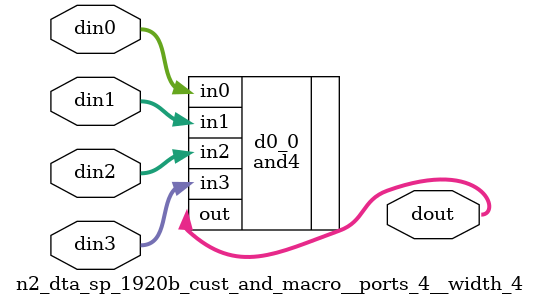
<source format=v>
module n2_dta_sp_1920b_cust (
  index0_x, 
  index1_x, 
  index_sel_x, 
  wrway_x, 
  rdreq_x, 
  wrreq_x, 
  wrtag_x, 
  dta_clken, 
  rdtag_w0_y, 
  rdtag_w1_y, 
  rdtag_w2_y, 
  rdtag_w3_y, 
  l2clk, 
  scan_in, 
  tcu_pce_ov, 
  tcu_aclk, 
  tcu_bclk, 
  tcu_se_scancollar_in, 
  tcu_scan_en, 
  tcu_array_wr_inhibit, 
  scan_out);
wire l1clk_din;
wire l1clk_in;
wire l1clk_array;
wire [6:0] index_x;
wire dff_inputs1_scanin;
wire dff_inputs1_scanout;
wire [1:0] wrway_y;
wire [6:0] index_y;
wire [8:0] dff_inputs1_unused;
wire dff_inputs2_scanin;
wire dff_inputs2_scanout;
wire [0:0] index_y_unused;
wire dff_inputs3_scanin;
wire dff_inputs3_scanout;
wire rdreq_b;
wire wrreq_b;
wire [1:0] dff_inputs3_unused;
wire dff_inputs4_scanin;
wire dff_inputs4_scanout;
wire rdreq_a;
wire wrreq_a;
wire dff_wrtag_scanin;
wire dff_wrtag_scanout;
wire [29:0] wrtag_y;
wire [1:0] wrway_y_;
wire wr_inhibit_;
wire wr_inhibit;
wire [3:0] wr_way;


input	[6:0]	index0_x;	// address0 (used for read)
input	[6:0]	index1_x;	// address1 (used for write)
input		index_sel_x;	// selects between index1 and index0
input	[1:0]	wrway_x;	// way to write to
input		rdreq_x;	// read enable
input		wrreq_x;	// write enable
// 0in bits_on -var {rdreq_x,wrreq_x} -max 1 -message "Attempt to read AND write dtag on same cycle"
// 0in custom -fire ((rdreq_x | wrreq_x) & ~dta_clken) -message "Attempt to read or write with clock disabled"
input	[29:0]	wrtag_x;      // write data
input		dta_clken;	// array clock enable

output	[29:0]	rdtag_w0_y;    // read data split into 4 ports
output	[29:0]	rdtag_w1_y;    // read data
output	[29:0]	rdtag_w2_y;    // read data
output	[29:0]	rdtag_w3_y;    // read data

input		l2clk;
input		scan_in;
input		tcu_pce_ov;
input		tcu_aclk;
input		tcu_bclk;
input		tcu_se_scancollar_in;
input		tcu_scan_en;
input		tcu_array_wr_inhibit;
output		scan_out;


wire pce_ov = tcu_pce_ov;
wire stop   = 1'b0;
wire siclk  = tcu_aclk ;
wire soclk  = tcu_bclk;

//================================================
// Clock headers
//================================================

// This clock gates the wrtag input flops.
n2_dta_sp_1920b_cust_l1clkhdr_ctl_macro l1ch_din (	
        .l2clk	(l2clk), 
        .l1en 	(dta_clken),
	.se	(tcu_se_scancollar_in),
        .l1clk	(l1clk_din),
  .pce_ov(pce_ov),
  .stop(stop)
);

// This clock gates the other input flops and latches.
// It will be not be power managed.
n2_dta_sp_1920b_cust_l1clkhdr_ctl_macro l1ch_in (	
        .l2clk	(l2clk), 
        .l1en 	(1'b1), 
	.se	(tcu_se_scancollar_in),
        .l1clk	(l1clk_in),
  .pce_ov(pce_ov),
  .stop(stop)
);

// This clock gates the array and internal logic.
n2_dta_sp_1920b_cust_l1clkhdr_ctl_macro l1ch_array (
        .l2clk	(l2clk), 
        .l1en 	(dta_clken),
	.se	(tcu_scan_en),
        .l1clk	(l1clk_array),
  .pce_ov(pce_ov),
  .stop(stop)
);

//=========================================================================================
//  Input flops
//=========================================================================================

// 2:1 mux on address input
// address inputs are critical and this mux needs to be merged with the receiving flop.
assign index_x[6:0] = index_sel_x ? index1_x[6:0] : index0_x[6:0];

n2_dta_sp_1920b_cust_tisram_msff_macro__width_9 dff_inputs1  (
	.scan_in(dff_inputs1_scanin),
	.scan_out(dff_inputs1_scanout),
	.l1clk	(l1clk_in),
	.d	({wrway_x[1:0],
		  index_x[0],
		  index_x[1],
		  index_x[2],
		  index_x[3],
		  index_x[4],
		  index_x[5],
		  index_x[6]
		}),
	.latout	({wrway_y[1:0],
		  index_y[0],
		  index_y[1],
		  index_y[2],
		  index_y[3],
		  index_y[4],
		  index_y[5],
		  index_y[6]
		}),
	.latout_l(dff_inputs1_unused[8:0]),
  .siclk(siclk),
  .soclk(soclk)
);

n2_dta_sp_1920b_cust_msff_ctl_macro__width_1 dff_inputs2  (
	.scan_in(dff_inputs2_scanin),
	.scan_out(dff_inputs2_scanout),
	.l1clk	(l1clk_in),
	.din	(index_x[0]),
	.dout	(index_y_unused[0]),
  .siclk(siclk),
  .soclk(soclk)
);

n2_dta_sp_1920b_cust_tisram_msff_macro__width_2 dff_inputs3  (
	.scan_in(dff_inputs3_scanin),
	.scan_out(dff_inputs3_scanout),
	.l1clk	(l1clk_in),
	.d	({rdreq_x,wrreq_x}),
	.latout	({rdreq_b,wrreq_b}),
	.latout_l(dff_inputs3_unused[1:0]),
  .siclk(siclk),
  .soclk(soclk)
);

n2_dta_sp_1920b_cust_msff_ctl_macro__width_2 dff_inputs4  (
	.scan_in(dff_inputs4_scanin),
	.scan_out(dff_inputs4_scanout),
	.l1clk	(l1clk_in),
	.din	({rdreq_x,wrreq_x}),
	.dout	({rdreq_a,wrreq_a}),
  .siclk(siclk),
  .soclk(soclk)
);

n2_dta_sp_1920b_cust_msff_ctl_macro__width_30 dff_wrtag  (
	.scan_in(dff_wrtag_scanin),
	.scan_out(dff_wrtag_scanout),
	.l1clk	(l1clk_din),
	.din	({wrtag_x[0],
		  wrtag_x[1],
		  wrtag_x[2],
		  wrtag_x[3],
		  wrtag_x[4],
		  wrtag_x[5],
		  wrtag_x[6],
		  wrtag_x[7],
		  wrtag_x[8],
		  wrtag_x[9],
		  wrtag_x[10],
		  wrtag_x[11],
		  wrtag_x[12],
		  wrtag_x[13],
		  wrtag_x[14],
		  wrtag_x[15],
		  wrtag_x[16],
		  wrtag_x[17],
		  wrtag_x[18],
		  wrtag_x[19],
		  wrtag_x[20],
		  wrtag_x[21],
		  wrtag_x[22],
		  wrtag_x[23],
		  wrtag_x[24],
		  wrtag_x[25],
		  wrtag_x[26],
		  wrtag_x[27],
		  wrtag_x[28],
		  wrtag_x[29]}),
	.dout	({wrtag_y[0],
		  wrtag_y[1],
		  wrtag_y[2],
		  wrtag_y[3],
		  wrtag_y[4],
		  wrtag_y[5],
		  wrtag_y[6],
		  wrtag_y[7],
		  wrtag_y[8],
		  wrtag_y[9],
		  wrtag_y[10],
		  wrtag_y[11],
		  wrtag_y[12],
		  wrtag_y[13],
		  wrtag_y[14],
		  wrtag_y[15],
		  wrtag_y[16],
		  wrtag_y[17],
		  wrtag_y[18],
		  wrtag_y[19],
		  wrtag_y[20],
		  wrtag_y[21],
		  wrtag_y[22],
		  wrtag_y[23],
		  wrtag_y[24],
		  wrtag_y[25],
		  wrtag_y[26],
		  wrtag_y[27],
		  wrtag_y[28],
		  wrtag_y[29]}),
  .siclk(siclk),
  .soclk(soclk)
);

// Decode write enables
n2_dta_sp_1920b_cust_inv_macro__width_3 way_inv  (
	.din	({wrway_y[1:0], tcu_array_wr_inhibit}),
	.dout	({wrway_y_[1:0],wr_inhibit_})
);

assign wr_inhibit = tcu_array_wr_inhibit;

n2_dta_sp_1920b_cust_and_macro__ports_4__width_4 way_and   (
	.din0	({wrreq_b,    wrreq_b,    wrreq_b,    wrreq_b}),
	.din1	({wrway_y [0],wrway_y_[0],wrway_y [0],wrway_y_[0]}),
	.din2	({wrway_y [1],wrway_y [1],wrway_y_[1],wrway_y_[1]}),
	.din3	({4{wr_inhibit_}}),
	.dout	(wr_way[3:0])
);

n2_dta_sp_1920b_array way0 (
	.clk		(l1clk_array),
	.wr_en_b	(wr_way[0]),
	.rd_en_b	(rdreq_b),
	.wr_en_a	(wrreq_a),
	.rd_en_a	(rdreq_a),
	.addr		(index_y[6:0]),
	.din		(wrtag_y[29:0]),
	.dout		(rdtag_w0_y[29:0]),
  .wr_inhibit(wr_inhibit)
);
n2_dta_sp_1920b_array way1 (
	.clk		(l1clk_array),
	.wr_en_b	(wr_way[1]),
	.rd_en_b	(rdreq_b),
	.wr_en_a	(wrreq_a),
	.rd_en_a	(rdreq_a),
	.addr		(index_y[6:0]),
	.din		(wrtag_y[29:0]),
	.dout		(rdtag_w1_y[29:0]),
  .wr_inhibit(wr_inhibit)
);
n2_dta_sp_1920b_array way2 (
	.clk		(l1clk_array),
	.wr_en_b	(wr_way[2]),
	.rd_en_b	(rdreq_b),
	.wr_en_a	(wrreq_a),
	.rd_en_a	(rdreq_a),
	.addr		(index_y[6:0]),
	.din		(wrtag_y[29:0]),
	.dout		(rdtag_w2_y[29:0]),
  .wr_inhibit(wr_inhibit)
);
n2_dta_sp_1920b_array way3 (
	.clk		(l1clk_array),
	.wr_en_b	(wr_way[3]),
	.rd_en_b	(rdreq_b),
	.wr_en_a	(wrreq_a),
	.rd_en_a	(rdreq_a),
	.addr		(index_y[6:0]),
	.din		(wrtag_y[29:0]),
	.dout		(rdtag_w3_y[29:0]),
  .wr_inhibit(wr_inhibit)
);

supply0 vss;
supply1 vdd;
// fixscan start:
assign dff_inputs1_scanin        = scan_in                  ;
assign dff_inputs2_scanin        = dff_inputs1_scanout      ;
assign dff_inputs3_scanin        = dff_inputs2_scanout      ;
assign dff_inputs4_scanin        = dff_inputs3_scanout      ;
assign dff_wrtag_scanin          = dff_inputs4_scanout      ;
assign scan_out                  = dff_wrtag_scanout        ;
// fixscan end:


endmodule







// any PARAMS parms go into naming of macro

module n2_dta_sp_1920b_cust_l1clkhdr_ctl_macro (
  l2clk, 
  l1en, 
  pce_ov, 
  stop, 
  se, 
  l1clk);


  input l2clk;
  input l1en;
  input pce_ov;
  input stop;
  input se;
  output l1clk;



 

cl_sc1_l1hdr_8x c_0 (


   .l2clk(l2clk),
   .pce(l1en),
   .l1clk(l1clk),
  .se(se),
  .pce_ov(pce_ov),
  .stop(stop)
);



endmodule









//
//   macro for cl_mc1_tisram_msff_{16,8}x flops
//
//





module n2_dta_sp_1920b_cust_tisram_msff_macro__width_9 (
  d, 
  scan_in, 
  l1clk, 
  siclk, 
  soclk, 
  scan_out, 
  latout, 
  latout_l);
wire [7:0] so;

input [8:0] d;
  input scan_in;
input l1clk;
input siclk;
input soclk;
  output scan_out;
output [8:0] latout;
output [8:0] latout_l;






tisram_msff /*#(9)*/  d0_0 (
.d(d[8:0]),
.si({scan_in,so[7:0]}),
.so({so[7:0],scan_out}),
.l1clk(l1clk),
.siclk(siclk),
.soclk(soclk),
.latout(latout[8:0]),
.latout_l(latout_l[8:0])
);












//place::generic_place($width,$stack,$left);

endmodule









// any PARAMS parms go into naming of macro

module n2_dta_sp_1920b_cust_msff_ctl_macro__width_1 (
  din, 
  l1clk, 
  scan_in, 
  siclk, 
  soclk, 
  dout, 
  scan_out);
wire [0:0] fdin;

  input [0:0] din;
  input l1clk;
  input scan_in;


  input siclk;
  input soclk;

  output [0:0] dout;
  output scan_out;
assign fdin[0:0] = din[0:0];






dff /*#(1)*/  d0_0 (
.l1clk(l1clk),
.siclk(siclk),
.soclk(soclk),
.d(fdin[0:0]),
.si(scan_in),
.so(scan_out),
.q(dout[0:0])
);












endmodule









//
//   macro for cl_mc1_tisram_msff_{16,8}x flops
//
//





module n2_dta_sp_1920b_cust_tisram_msff_macro__width_2 (
  d, 
  scan_in, 
  l1clk, 
  siclk, 
  soclk, 
  scan_out, 
  latout, 
  latout_l);
wire [0:0] so;

input [1:0] d;
  input scan_in;
input l1clk;
input siclk;
input soclk;
  output scan_out;
output [1:0] latout;
output [1:0] latout_l;






tisram_msff /*#(2)*/  d0_0 (
.d(d[1:0]),
.si({scan_in,so[0:0]}),
.so({so[0:0],scan_out}),
.l1clk(l1clk),
.siclk(siclk),
.soclk(soclk),
.latout(latout[1:0]),
.latout_l(latout_l[1:0])
);












//place::generic_place($width,$stack,$left);

endmodule









// any PARAMS parms go into naming of macro

module n2_dta_sp_1920b_cust_msff_ctl_macro__width_2 (
  din, 
  l1clk, 
  scan_in, 
  siclk, 
  soclk, 
  dout, 
  scan_out);
wire [1:0] fdin;
wire [0:0] so;

  input [1:0] din;
  input l1clk;
  input scan_in;


  input siclk;
  input soclk;

  output [1:0] dout;
  output scan_out;
assign fdin[1:0] = din[1:0];






dff /*#(2)*/  d0_0 (
.l1clk(l1clk),
.siclk(siclk),
.soclk(soclk),
.d(fdin[1:0]),
.si({scan_in,so[0:0]}),
.so({so[0:0],scan_out}),
.q(dout[1:0])
);












endmodule













// any PARAMS parms go into naming of macro

module n2_dta_sp_1920b_cust_msff_ctl_macro__width_30 (
  din, 
  l1clk, 
  scan_in, 
  siclk, 
  soclk, 
  dout, 
  scan_out);
wire [29:0] fdin;
wire [28:0] so;

  input [29:0] din;
  input l1clk;
  input scan_in;


  input siclk;
  input soclk;

  output [29:0] dout;
  output scan_out;
assign fdin[29:0] = din[29:0];






dff /*#(30)*/  d0_0 (
.l1clk(l1clk),
.siclk(siclk),
.soclk(soclk),
.d(fdin[29:0]),
.si({scan_in,so[28:0]}),
.so({so[28:0],scan_out}),
.q(dout[29:0])
);












endmodule









//
//   invert macro
//
//





module n2_dta_sp_1920b_cust_inv_macro__width_3 (
  din, 
  dout);
  input [2:0] din;
  output [2:0] dout;






inv /*#(3)*/  d0_0 (
.in(din[2:0]),
.out(dout[2:0])
);









endmodule





//  
//   and macro for ports = 2,3,4
//
//





module n2_dta_sp_1920b_cust_and_macro__ports_4__width_4 (
  din0, 
  din1, 
  din2, 
  din3, 
  dout);
  input [3:0] din0;
  input [3:0] din1;
  input [3:0] din2;
  input [3:0] din3;
  output [3:0] dout;






and4 /*#(4)*/  d0_0 (
.in0(din0[3:0]),
.in1(din1[3:0]),
.in2(din2[3:0]),
.in3(din3[3:0]),
.out(dout[3:0])
);









endmodule




</source>
